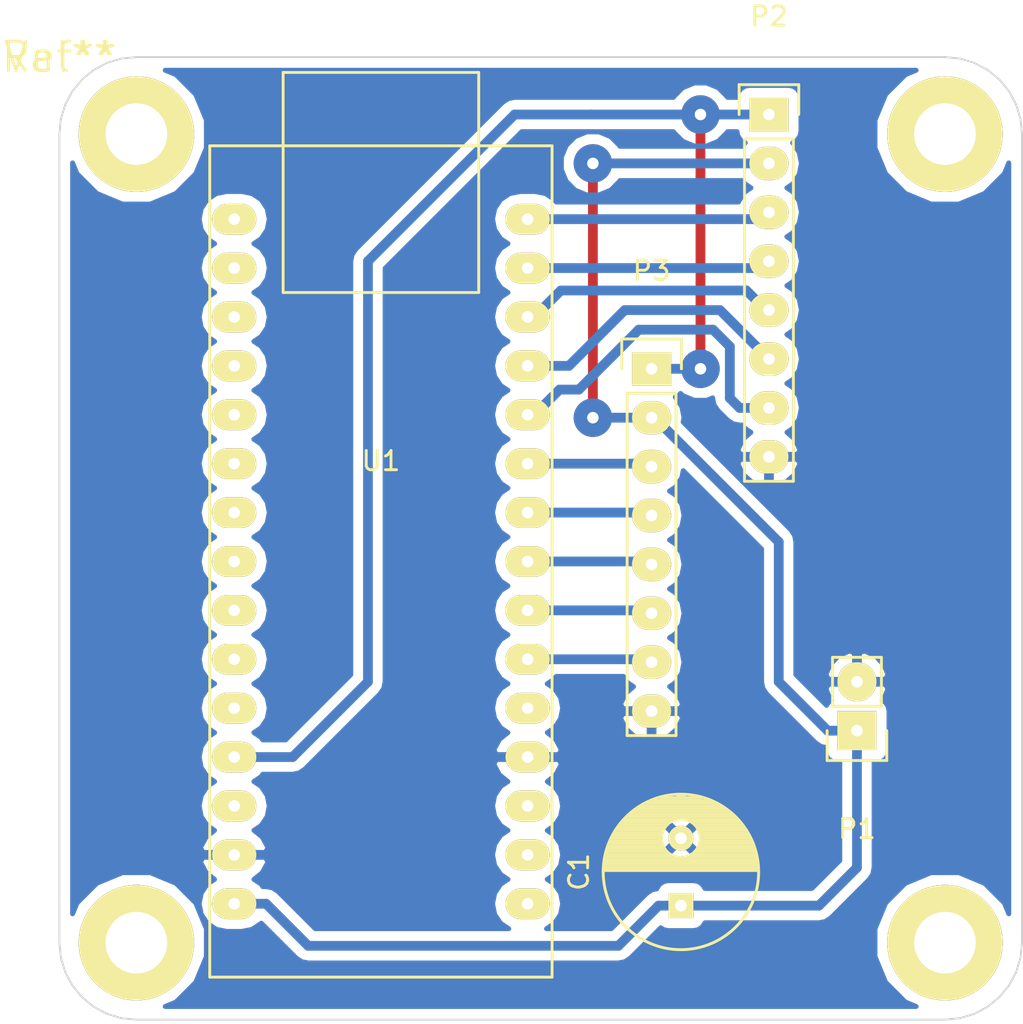
<source format=kicad_pcb>
(kicad_pcb (version 4) (host pcbnew "(2015-09-05 BZR 6156)-product")

  (general
    (links 21)
    (no_connects 0)
    (area 128.513286 75.563 182.050001 129.054001)
    (thickness 1.6)
    (drawings 0)
    (tracks 63)
    (zones 0)
    (modules 6)
    (nets 30)
  )

  (page A4)
  (layers
    (0 F.Cu signal)
    (31 B.Cu signal)
    (32 B.Adhes user)
    (33 F.Adhes user)
    (34 B.Paste user)
    (35 F.Paste user)
    (36 B.SilkS user)
    (37 F.SilkS user)
    (38 B.Mask user)
    (39 F.Mask user)
    (40 Dwgs.User user)
    (41 Cmts.User user)
    (42 Eco1.User user)
    (43 Eco2.User user)
    (44 Edge.Cuts user)
    (45 Margin user)
    (46 B.CrtYd user)
    (47 F.CrtYd user)
    (48 B.Fab user)
    (49 F.Fab user)
  )

  (setup
    (last_trace_width 0.508)
    (trace_clearance 0.2)
    (zone_clearance 0.508)
    (zone_45_only no)
    (trace_min 0.2)
    (segment_width 0.2)
    (edge_width 0.15)
    (via_size 2)
    (via_drill 0.6)
    (via_min_size 0.4)
    (via_min_drill 0.3)
    (uvia_size 0.3)
    (uvia_drill 0.1)
    (uvias_allowed no)
    (uvia_min_size 0.2)
    (uvia_min_drill 0.1)
    (pcb_text_width 0.3)
    (pcb_text_size 1.5 1.5)
    (mod_edge_width 0.15)
    (mod_text_size 1 1)
    (mod_text_width 0.15)
    (pad_size 1.524 1.524)
    (pad_drill 0.762)
    (pad_to_mask_clearance 0.2)
    (aux_axis_origin 0 0)
    (visible_elements FFFFFF7F)
    (pcbplotparams
      (layerselection 0x00030_80000001)
      (usegerberextensions false)
      (excludeedgelayer true)
      (linewidth 0.100000)
      (plotframeref false)
      (viasonmask false)
      (mode 1)
      (useauxorigin false)
      (hpglpennumber 1)
      (hpglpenspeed 20)
      (hpglpendiameter 15)
      (hpglpenoverlay 2)
      (psnegative false)
      (psa4output false)
      (plotreference true)
      (plotvalue true)
      (plotinvisibletext false)
      (padsonsilk false)
      (subtractmaskfromsilk false)
      (outputformat 1)
      (mirror false)
      (drillshape 1)
      (scaleselection 1)
      (outputdirectory SVG))
  )

  (net 0 "")
  (net 1 GND)
  (net 2 +9V)
  (net 3 +5V)
  (net 4 "Net-(P2-Pad3)")
  (net 5 "Net-(P2-Pad4)")
  (net 6 "Net-(P2-Pad5)")
  (net 7 "Net-(P2-Pad6)")
  (net 8 "Net-(P2-Pad7)")
  (net 9 "Net-(P3-Pad3)")
  (net 10 "Net-(P3-Pad4)")
  (net 11 "Net-(P3-Pad5)")
  (net 12 "Net-(P3-Pad6)")
  (net 13 "Net-(P3-Pad7)")
  (net 14 "Net-(U1-Pad1)")
  (net 15 "Net-(U1-Pad2)")
  (net 16 "Net-(U1-Pad3)")
  (net 17 "Net-(U1-Pad4)")
  (net 18 "Net-(U1-Pad5)")
  (net 19 "Net-(U1-Pad6)")
  (net 20 "Net-(U1-Pad7)")
  (net 21 "Net-(U1-Pad8)")
  (net 22 "Net-(U1-Pad9)")
  (net 23 "Net-(U1-Pad10)")
  (net 24 "Net-(U1-Pad11)")
  (net 25 "Net-(U1-Pad13)")
  (net 26 "Net-(U1-Pad16)")
  (net 27 "Net-(U1-Pad17)")
  (net 28 "Net-(U1-Pad18)")
  (net 29 "Net-(U1-Pad20)")

  (net_class Default "This is the default net class."
    (clearance 0.2)
    (trace_width 0.508)
    (via_dia 2)
    (via_drill 0.6)
    (uvia_dia 0.3)
    (uvia_drill 0.1)
    (add_net +5V)
    (add_net +9V)
    (add_net GND)
    (add_net "Net-(P2-Pad3)")
    (add_net "Net-(P2-Pad4)")
    (add_net "Net-(P2-Pad5)")
    (add_net "Net-(P2-Pad6)")
    (add_net "Net-(P2-Pad7)")
    (add_net "Net-(P3-Pad3)")
    (add_net "Net-(P3-Pad4)")
    (add_net "Net-(P3-Pad5)")
    (add_net "Net-(P3-Pad6)")
    (add_net "Net-(P3-Pad7)")
    (add_net "Net-(U1-Pad1)")
    (add_net "Net-(U1-Pad10)")
    (add_net "Net-(U1-Pad11)")
    (add_net "Net-(U1-Pad13)")
    (add_net "Net-(U1-Pad16)")
    (add_net "Net-(U1-Pad17)")
    (add_net "Net-(U1-Pad18)")
    (add_net "Net-(U1-Pad2)")
    (add_net "Net-(U1-Pad20)")
    (add_net "Net-(U1-Pad3)")
    (add_net "Net-(U1-Pad4)")
    (add_net "Net-(U1-Pad5)")
    (add_net "Net-(U1-Pad6)")
    (add_net "Net-(U1-Pad7)")
    (add_net "Net-(U1-Pad8)")
    (add_net "Net-(U1-Pad9)")
  )

  (module Capacitors_ThroughHole:C_Radial_D8_L11.5_P3.5 (layer F.Cu) (tedit 0) (tstamp 57810D15)
    (at 164.084 122.88 90)
    (descr "Radial Electrolytic Capacitor Diameter 8mm x Length 11.5mm, Pitch 3.5mm")
    (tags "Electrolytic Capacitor")
    (path /578114CC)
    (fp_text reference C1 (at 1.75 -5.3 90) (layer F.SilkS)
      (effects (font (size 1 1) (thickness 0.15)))
    )
    (fp_text value C (at 1.75 5.3 90) (layer F.Fab)
      (effects (font (size 1 1) (thickness 0.15)))
    )
    (fp_line (start 1.825 -3.999) (end 1.825 3.999) (layer F.SilkS) (width 0.15))
    (fp_line (start 1.965 -3.994) (end 1.965 3.994) (layer F.SilkS) (width 0.15))
    (fp_line (start 2.105 -3.984) (end 2.105 3.984) (layer F.SilkS) (width 0.15))
    (fp_line (start 2.245 -3.969) (end 2.245 3.969) (layer F.SilkS) (width 0.15))
    (fp_line (start 2.385 -3.949) (end 2.385 3.949) (layer F.SilkS) (width 0.15))
    (fp_line (start 2.525 -3.924) (end 2.525 -0.222) (layer F.SilkS) (width 0.15))
    (fp_line (start 2.525 0.222) (end 2.525 3.924) (layer F.SilkS) (width 0.15))
    (fp_line (start 2.665 -3.894) (end 2.665 -0.55) (layer F.SilkS) (width 0.15))
    (fp_line (start 2.665 0.55) (end 2.665 3.894) (layer F.SilkS) (width 0.15))
    (fp_line (start 2.805 -3.858) (end 2.805 -0.719) (layer F.SilkS) (width 0.15))
    (fp_line (start 2.805 0.719) (end 2.805 3.858) (layer F.SilkS) (width 0.15))
    (fp_line (start 2.945 -3.817) (end 2.945 -0.832) (layer F.SilkS) (width 0.15))
    (fp_line (start 2.945 0.832) (end 2.945 3.817) (layer F.SilkS) (width 0.15))
    (fp_line (start 3.085 -3.771) (end 3.085 -0.91) (layer F.SilkS) (width 0.15))
    (fp_line (start 3.085 0.91) (end 3.085 3.771) (layer F.SilkS) (width 0.15))
    (fp_line (start 3.225 -3.718) (end 3.225 -0.961) (layer F.SilkS) (width 0.15))
    (fp_line (start 3.225 0.961) (end 3.225 3.718) (layer F.SilkS) (width 0.15))
    (fp_line (start 3.365 -3.659) (end 3.365 -0.991) (layer F.SilkS) (width 0.15))
    (fp_line (start 3.365 0.991) (end 3.365 3.659) (layer F.SilkS) (width 0.15))
    (fp_line (start 3.505 -3.594) (end 3.505 -1) (layer F.SilkS) (width 0.15))
    (fp_line (start 3.505 1) (end 3.505 3.594) (layer F.SilkS) (width 0.15))
    (fp_line (start 3.645 -3.523) (end 3.645 -0.989) (layer F.SilkS) (width 0.15))
    (fp_line (start 3.645 0.989) (end 3.645 3.523) (layer F.SilkS) (width 0.15))
    (fp_line (start 3.785 -3.444) (end 3.785 -0.959) (layer F.SilkS) (width 0.15))
    (fp_line (start 3.785 0.959) (end 3.785 3.444) (layer F.SilkS) (width 0.15))
    (fp_line (start 3.925 -3.357) (end 3.925 -0.905) (layer F.SilkS) (width 0.15))
    (fp_line (start 3.925 0.905) (end 3.925 3.357) (layer F.SilkS) (width 0.15))
    (fp_line (start 4.065 -3.262) (end 4.065 -0.825) (layer F.SilkS) (width 0.15))
    (fp_line (start 4.065 0.825) (end 4.065 3.262) (layer F.SilkS) (width 0.15))
    (fp_line (start 4.205 -3.158) (end 4.205 -0.709) (layer F.SilkS) (width 0.15))
    (fp_line (start 4.205 0.709) (end 4.205 3.158) (layer F.SilkS) (width 0.15))
    (fp_line (start 4.345 -3.044) (end 4.345 -0.535) (layer F.SilkS) (width 0.15))
    (fp_line (start 4.345 0.535) (end 4.345 3.044) (layer F.SilkS) (width 0.15))
    (fp_line (start 4.485 -2.919) (end 4.485 -0.173) (layer F.SilkS) (width 0.15))
    (fp_line (start 4.485 0.173) (end 4.485 2.919) (layer F.SilkS) (width 0.15))
    (fp_line (start 4.625 -2.781) (end 4.625 2.781) (layer F.SilkS) (width 0.15))
    (fp_line (start 4.765 -2.629) (end 4.765 2.629) (layer F.SilkS) (width 0.15))
    (fp_line (start 4.905 -2.459) (end 4.905 2.459) (layer F.SilkS) (width 0.15))
    (fp_line (start 5.045 -2.268) (end 5.045 2.268) (layer F.SilkS) (width 0.15))
    (fp_line (start 5.185 -2.05) (end 5.185 2.05) (layer F.SilkS) (width 0.15))
    (fp_line (start 5.325 -1.794) (end 5.325 1.794) (layer F.SilkS) (width 0.15))
    (fp_line (start 5.465 -1.483) (end 5.465 1.483) (layer F.SilkS) (width 0.15))
    (fp_line (start 5.605 -1.067) (end 5.605 1.067) (layer F.SilkS) (width 0.15))
    (fp_line (start 5.745 -0.2) (end 5.745 0.2) (layer F.SilkS) (width 0.15))
    (fp_circle (center 3.5 0) (end 3.5 -1) (layer F.SilkS) (width 0.15))
    (fp_circle (center 1.75 0) (end 1.75 -4.0375) (layer F.SilkS) (width 0.15))
    (fp_circle (center 1.75 0) (end 1.75 -4.3) (layer F.CrtYd) (width 0.05))
    (pad 2 thru_hole circle (at 3.5 0 90) (size 1.3 1.3) (drill 0.6) (layers *.Cu *.Mask F.SilkS)
      (net 1 GND))
    (pad 1 thru_hole rect (at 0 0 90) (size 1.3 1.3) (drill 0.6) (layers *.Cu *.Mask F.SilkS)
      (net 2 +9V))
    (model Capacitors_ThroughHole.3dshapes/C_Radial_D8_L11.5_P3.5.wrl
      (at (xyz 0 0 0))
      (scale (xyz 1 1 1))
      (rotate (xyz 0 0 0))
    )
  )

  (module Pin_Headers:Pin_Header_Straight_1x08 (layer F.Cu) (tedit 0) (tstamp 57810D27)
    (at 168.656 81.788)
    (descr "Through hole pin header")
    (tags "pin header")
    (path /57810D37)
    (fp_text reference P2 (at 0 -5.1) (layer F.SilkS)
      (effects (font (size 1 1) (thickness 0.15)))
    )
    (fp_text value CONN_01X08 (at 0 -3.1) (layer F.Fab)
      (effects (font (size 1 1) (thickness 0.15)))
    )
    (fp_line (start -1.75 -1.75) (end -1.75 19.55) (layer F.CrtYd) (width 0.05))
    (fp_line (start 1.75 -1.75) (end 1.75 19.55) (layer F.CrtYd) (width 0.05))
    (fp_line (start -1.75 -1.75) (end 1.75 -1.75) (layer F.CrtYd) (width 0.05))
    (fp_line (start -1.75 19.55) (end 1.75 19.55) (layer F.CrtYd) (width 0.05))
    (fp_line (start 1.27 1.27) (end 1.27 19.05) (layer F.SilkS) (width 0.15))
    (fp_line (start 1.27 19.05) (end -1.27 19.05) (layer F.SilkS) (width 0.15))
    (fp_line (start -1.27 19.05) (end -1.27 1.27) (layer F.SilkS) (width 0.15))
    (fp_line (start 1.55 -1.55) (end 1.55 0) (layer F.SilkS) (width 0.15))
    (fp_line (start 1.27 1.27) (end -1.27 1.27) (layer F.SilkS) (width 0.15))
    (fp_line (start -1.55 0) (end -1.55 -1.55) (layer F.SilkS) (width 0.15))
    (fp_line (start -1.55 -1.55) (end 1.55 -1.55) (layer F.SilkS) (width 0.15))
    (pad 1 thru_hole rect (at 0 0) (size 2.032 1.7272) (drill 0.6) (layers *.Cu *.Mask F.SilkS)
      (net 3 +5V))
    (pad 2 thru_hole oval (at 0 2.54) (size 2.032 1.7272) (drill 0.6) (layers *.Cu *.Mask F.SilkS)
      (net 2 +9V))
    (pad 3 thru_hole oval (at 0 5.08) (size 2.032 1.7272) (drill 0.6) (layers *.Cu *.Mask F.SilkS)
      (net 4 "Net-(P2-Pad3)"))
    (pad 4 thru_hole oval (at 0 7.62) (size 2.032 1.7272) (drill 0.6) (layers *.Cu *.Mask F.SilkS)
      (net 5 "Net-(P2-Pad4)"))
    (pad 5 thru_hole oval (at 0 10.16) (size 2.032 1.7272) (drill 0.6) (layers *.Cu *.Mask F.SilkS)
      (net 6 "Net-(P2-Pad5)"))
    (pad 6 thru_hole oval (at 0 12.7) (size 2.032 1.7272) (drill 0.6) (layers *.Cu *.Mask F.SilkS)
      (net 7 "Net-(P2-Pad6)"))
    (pad 7 thru_hole oval (at 0 15.24) (size 2.032 1.7272) (drill 0.6) (layers *.Cu *.Mask F.SilkS)
      (net 8 "Net-(P2-Pad7)"))
    (pad 8 thru_hole oval (at 0 17.78) (size 2.032 1.7272) (drill 0.6) (layers *.Cu *.Mask F.SilkS)
      (net 1 GND))
    (model Pin_Headers.3dshapes/Pin_Header_Straight_1x08.wrl
      (at (xyz 0 -0.35 0))
      (scale (xyz 1 1 1))
      (rotate (xyz 0 0 90))
    )
  )

  (module Pin_Headers:Pin_Header_Straight_1x08 (layer F.Cu) (tedit 0) (tstamp 57810D33)
    (at 162.56 94.996)
    (descr "Through hole pin header")
    (tags "pin header")
    (path /57810E23)
    (fp_text reference P3 (at 0 -5.1) (layer F.SilkS)
      (effects (font (size 1 1) (thickness 0.15)))
    )
    (fp_text value CONN_01X08 (at 0 -3.1) (layer F.Fab)
      (effects (font (size 1 1) (thickness 0.15)))
    )
    (fp_line (start -1.75 -1.75) (end -1.75 19.55) (layer F.CrtYd) (width 0.05))
    (fp_line (start 1.75 -1.75) (end 1.75 19.55) (layer F.CrtYd) (width 0.05))
    (fp_line (start -1.75 -1.75) (end 1.75 -1.75) (layer F.CrtYd) (width 0.05))
    (fp_line (start -1.75 19.55) (end 1.75 19.55) (layer F.CrtYd) (width 0.05))
    (fp_line (start 1.27 1.27) (end 1.27 19.05) (layer F.SilkS) (width 0.15))
    (fp_line (start 1.27 19.05) (end -1.27 19.05) (layer F.SilkS) (width 0.15))
    (fp_line (start -1.27 19.05) (end -1.27 1.27) (layer F.SilkS) (width 0.15))
    (fp_line (start 1.55 -1.55) (end 1.55 0) (layer F.SilkS) (width 0.15))
    (fp_line (start 1.27 1.27) (end -1.27 1.27) (layer F.SilkS) (width 0.15))
    (fp_line (start -1.55 0) (end -1.55 -1.55) (layer F.SilkS) (width 0.15))
    (fp_line (start -1.55 -1.55) (end 1.55 -1.55) (layer F.SilkS) (width 0.15))
    (pad 1 thru_hole rect (at 0 0) (size 2.032 1.7272) (drill 0.6) (layers *.Cu *.Mask F.SilkS)
      (net 3 +5V))
    (pad 2 thru_hole oval (at 0 2.54) (size 2.032 1.7272) (drill 0.6) (layers *.Cu *.Mask F.SilkS)
      (net 2 +9V))
    (pad 3 thru_hole oval (at 0 5.08) (size 2.032 1.7272) (drill 0.6) (layers *.Cu *.Mask F.SilkS)
      (net 9 "Net-(P3-Pad3)"))
    (pad 4 thru_hole oval (at 0 7.62) (size 2.032 1.7272) (drill 0.6) (layers *.Cu *.Mask F.SilkS)
      (net 10 "Net-(P3-Pad4)"))
    (pad 5 thru_hole oval (at 0 10.16) (size 2.032 1.7272) (drill 0.6) (layers *.Cu *.Mask F.SilkS)
      (net 11 "Net-(P3-Pad5)"))
    (pad 6 thru_hole oval (at 0 12.7) (size 2.032 1.7272) (drill 0.6) (layers *.Cu *.Mask F.SilkS)
      (net 12 "Net-(P3-Pad6)"))
    (pad 7 thru_hole oval (at 0 15.24) (size 2.032 1.7272) (drill 0.6) (layers *.Cu *.Mask F.SilkS)
      (net 13 "Net-(P3-Pad7)"))
    (pad 8 thru_hole oval (at 0 17.78) (size 2.032 1.7272) (drill 0.6) (layers *.Cu *.Mask F.SilkS)
      (net 1 GND))
    (model Pin_Headers.3dshapes/Pin_Header_Straight_1x08.wrl
      (at (xyz 0 -0.35 0))
      (scale (xyz 1 1 1))
      (rotate (xyz 0 0 90))
    )
  )

  (module arduino:nano-longpads (layer F.Cu) (tedit 57640D4D) (tstamp 57810D5D)
    (at 148.5011 105.0036)
    (descr "32-lead dip package, row spacing 15.24 mm (600 mils)")
    (tags "dil dip 2.54 600")
    (path /578107D7)
    (fp_text reference U1 (at 0 -5.22) (layer F.SilkS)
      (effects (font (size 1 1) (thickness 0.15)))
    )
    (fp_text value arduino_nano (at 0 -3.72) (layer F.Fab)
      (effects (font (size 1 1) (thickness 0.15)))
    )
    (fp_line (start 5.08 -13.97) (end -5.08 -13.97) (layer F.SilkS) (width 0.15))
    (fp_line (start 5.08 -25.4) (end 5.08 -13.97) (layer F.SilkS) (width 0.15))
    (fp_line (start -5.08 -25.4) (end 5.08 -25.4) (layer F.SilkS) (width 0.15))
    (fp_line (start -5.08 -13.97) (end -5.08 -25.4) (layer F.SilkS) (width 0.15))
    (fp_line (start 8.89 21.59) (end 8.89 -21.59) (layer F.SilkS) (width 0.15))
    (fp_line (start -8.89 21.59) (end 8.89 21.59) (layer F.SilkS) (width 0.15))
    (fp_line (start -8.89 -21.59) (end -8.89 21.59) (layer F.SilkS) (width 0.15))
    (fp_line (start 8.89 -21.59) (end -8.89 -21.59) (layer F.SilkS) (width 0.15))
    (pad 1 thru_hole oval (at -7.62 -17.78) (size 2.3 1.6) (drill 0.6) (layers *.Cu *.Mask F.SilkS)
      (net 14 "Net-(U1-Pad1)"))
    (pad 2 thru_hole oval (at -7.62 -15.24) (size 2.3 1.6) (drill 0.6) (layers *.Cu *.Mask F.SilkS)
      (net 15 "Net-(U1-Pad2)"))
    (pad 3 thru_hole oval (at -7.62 -12.7) (size 2.3 1.6) (drill 0.6) (layers *.Cu *.Mask F.SilkS)
      (net 16 "Net-(U1-Pad3)"))
    (pad 4 thru_hole oval (at -7.62 -10.16) (size 2.3 1.6) (drill 0.6) (layers *.Cu *.Mask F.SilkS)
      (net 17 "Net-(U1-Pad4)"))
    (pad 5 thru_hole oval (at -7.62 -7.62) (size 2.3 1.6) (drill 0.6) (layers *.Cu *.Mask F.SilkS)
      (net 18 "Net-(U1-Pad5)"))
    (pad 6 thru_hole oval (at -7.62 -5.08) (size 2.3 1.6) (drill 0.6) (layers *.Cu *.Mask F.SilkS)
      (net 19 "Net-(U1-Pad6)"))
    (pad 7 thru_hole oval (at -7.62 -2.54) (size 2.3 1.6) (drill 0.6) (layers *.Cu *.Mask F.SilkS)
      (net 20 "Net-(U1-Pad7)"))
    (pad 8 thru_hole oval (at -7.62 0) (size 2.3 1.6) (drill 0.6) (layers *.Cu *.Mask F.SilkS)
      (net 21 "Net-(U1-Pad8)"))
    (pad 9 thru_hole oval (at -7.62 2.54) (size 2.3 1.6) (drill 0.6) (layers *.Cu *.Mask F.SilkS)
      (net 22 "Net-(U1-Pad9)"))
    (pad 10 thru_hole oval (at -7.62 5.08) (size 2.3 1.6) (drill 0.6) (layers *.Cu *.Mask F.SilkS)
      (net 23 "Net-(U1-Pad10)"))
    (pad 11 thru_hole oval (at -7.62 7.62) (size 2.3 1.6) (drill 0.6) (layers *.Cu *.Mask F.SilkS)
      (net 24 "Net-(U1-Pad11)"))
    (pad 12 thru_hole oval (at -7.62 10.16) (size 2.3 1.6) (drill 0.6) (layers *.Cu *.Mask F.SilkS)
      (net 3 +5V))
    (pad 13 thru_hole oval (at -7.62 12.7) (size 2.3 1.6) (drill 0.6) (layers *.Cu *.Mask F.SilkS)
      (net 25 "Net-(U1-Pad13)"))
    (pad 14 thru_hole oval (at -7.62 15.24) (size 2.3 1.6) (drill 0.6) (layers *.Cu *.Mask F.SilkS)
      (net 1 GND))
    (pad 15 thru_hole oval (at -7.62 17.78) (size 2.3 1.6) (drill 0.6) (layers *.Cu *.Mask F.SilkS)
      (net 2 +9V))
    (pad 16 thru_hole oval (at 7.62 17.78) (size 2.3 1.6) (drill 0.6) (layers *.Cu *.Mask F.SilkS)
      (net 26 "Net-(U1-Pad16)"))
    (pad 17 thru_hole oval (at 7.62 15.24) (size 2.3 1.6) (drill 0.6) (layers *.Cu *.Mask F.SilkS)
      (net 27 "Net-(U1-Pad17)"))
    (pad 18 thru_hole oval (at 7.62 12.7) (size 2.3 1.6) (drill 0.6) (layers *.Cu *.Mask F.SilkS)
      (net 28 "Net-(U1-Pad18)"))
    (pad 19 thru_hole oval (at 7.62 10.16) (size 2.3 1.6) (drill 0.6) (layers *.Cu *.Mask F.SilkS)
      (net 1 GND))
    (pad 20 thru_hole oval (at 7.62 7.62) (size 2.3 1.6) (drill 0.6) (layers *.Cu *.Mask F.SilkS)
      (net 29 "Net-(U1-Pad20)"))
    (pad 21 thru_hole oval (at 7.62 5.08) (size 2.3 1.6) (drill 0.6) (layers *.Cu *.Mask F.SilkS)
      (net 13 "Net-(P3-Pad7)"))
    (pad 22 thru_hole oval (at 7.62 2.54) (size 2.3 1.6) (drill 0.6) (layers *.Cu *.Mask F.SilkS)
      (net 12 "Net-(P3-Pad6)"))
    (pad 23 thru_hole oval (at 7.62 0) (size 2.3 1.6) (drill 0.6) (layers *.Cu *.Mask F.SilkS)
      (net 11 "Net-(P3-Pad5)"))
    (pad 24 thru_hole oval (at 7.62 -2.54) (size 2.3 1.6) (drill 0.6) (layers *.Cu *.Mask F.SilkS)
      (net 10 "Net-(P3-Pad4)"))
    (pad 25 thru_hole oval (at 7.62 -5.08) (size 2.3 1.6) (drill 0.6) (layers *.Cu *.Mask F.SilkS)
      (net 9 "Net-(P3-Pad3)"))
    (pad 26 thru_hole oval (at 7.62 -7.62) (size 2.3 1.6) (drill 0.6) (layers *.Cu *.Mask F.SilkS)
      (net 8 "Net-(P2-Pad7)"))
    (pad 27 thru_hole oval (at 7.62 -10.16) (size 2.3 1.6) (drill 0.6) (layers *.Cu *.Mask F.SilkS)
      (net 7 "Net-(P2-Pad6)"))
    (pad 28 thru_hole oval (at 7.62 -12.7) (size 2.3 1.6) (drill 0.6) (layers *.Cu *.Mask F.SilkS)
      (net 6 "Net-(P2-Pad5)"))
    (pad 29 thru_hole oval (at 7.62 -15.24) (size 2.3 1.6) (drill 0.6) (layers *.Cu *.Mask F.SilkS)
      (net 5 "Net-(P2-Pad4)"))
    (pad 30 thru_hole oval (at 7.62 -17.78) (size 2.3 1.6) (drill 0.6) (layers *.Cu *.Mask F.SilkS)
      (net 4 "Net-(P2-Pad3)"))
    (model Housings_DIP.3dshapes/DIP-32_W15.24mm.wrl
      (at (xyz 0 0 0))
      (scale (xyz 1 1 1))
      (rotate (xyz 0 0 0))
    )
  )

  (module Pin_Headers:Pin_Header_Straight_1x02 (layer F.Cu) (tedit 54EA090C) (tstamp 57810E11)
    (at 173.228 113.792 180)
    (descr "Through hole pin header")
    (tags "pin header")
    (path /57810982)
    (fp_text reference P1 (at 0 -5.1 180) (layer F.SilkS)
      (effects (font (size 1 1) (thickness 0.15)))
    )
    (fp_text value CONN_01X02 (at 0 -3.1 180) (layer F.Fab)
      (effects (font (size 1 1) (thickness 0.15)))
    )
    (fp_line (start 1.27 1.27) (end 1.27 3.81) (layer F.SilkS) (width 0.15))
    (fp_line (start 1.55 -1.55) (end 1.55 0) (layer F.SilkS) (width 0.15))
    (fp_line (start -1.75 -1.75) (end -1.75 4.3) (layer F.CrtYd) (width 0.05))
    (fp_line (start 1.75 -1.75) (end 1.75 4.3) (layer F.CrtYd) (width 0.05))
    (fp_line (start -1.75 -1.75) (end 1.75 -1.75) (layer F.CrtYd) (width 0.05))
    (fp_line (start -1.75 4.3) (end 1.75 4.3) (layer F.CrtYd) (width 0.05))
    (fp_line (start 1.27 1.27) (end -1.27 1.27) (layer F.SilkS) (width 0.15))
    (fp_line (start -1.55 0) (end -1.55 -1.55) (layer F.SilkS) (width 0.15))
    (fp_line (start -1.55 -1.55) (end 1.55 -1.55) (layer F.SilkS) (width 0.15))
    (fp_line (start -1.27 1.27) (end -1.27 3.81) (layer F.SilkS) (width 0.15))
    (fp_line (start -1.27 3.81) (end 1.27 3.81) (layer F.SilkS) (width 0.15))
    (pad 1 thru_hole rect (at 0 0 180) (size 2.032 2.032) (drill 0.6) (layers *.Cu *.Mask F.SilkS)
      (net 2 +9V))
    (pad 2 thru_hole oval (at 0 2.54 180) (size 2.032 2.032) (drill 0.6) (layers *.Cu *.Mask F.SilkS)
      (net 1 GND))
    (model Pin_Headers.3dshapes/Pin_Header_Straight_1x02.wrl
      (at (xyz 0 -0.05 0))
      (scale (xyz 1 1 1))
      (rotate (xyz 0 0 90))
    )
  )

  (module sick-of-beige:DP5050 (layer F.Cu) (tedit 57494184) (tstamp 57810FC9)
    (at 131.8 78.804)
    (fp_text reference Ref** (at 0 0) (layer F.SilkS)
      (effects (font (thickness 0.15)))
    )
    (fp_text value Val** (at 0 0) (layer F.SilkS)
      (effects (font (thickness 0.15)))
    )
    (fp_line (start 46.7803 0.076859) (end 47.5307 0.304474) (layer Edge.Cuts) (width 0.1))
    (fp_line (start 47.5307 0.304474) (end 48.2223 0.674118) (layer Edge.Cuts) (width 0.1))
    (fp_line (start 48.2223 0.674118) (end 48.8284 1.17157) (layer Edge.Cuts) (width 0.1))
    (fp_line (start 48.8284 1.17157) (end 49.3259 1.77771) (layer Edge.Cuts) (width 0.1))
    (fp_line (start 49.3259 1.77771) (end 49.6955 2.46925) (layer Edge.Cuts) (width 0.1))
    (fp_line (start 49.6955 2.46925) (end 49.9231 3.21964) (layer Edge.Cuts) (width 0.1))
    (fp_line (start 49.9231 3.21964) (end 50 4) (layer Edge.Cuts) (width 0.1))
    (fp_line (start 50 4) (end 50 46) (layer Edge.Cuts) (width 0.1))
    (fp_line (start 50 46) (end 49.9231 46.7803) (layer Edge.Cuts) (width 0.1))
    (fp_line (start 49.9231 46.7803) (end 49.6955 47.5307) (layer Edge.Cuts) (width 0.1))
    (fp_line (start 49.6955 47.5307) (end 49.3259 48.2223) (layer Edge.Cuts) (width 0.1))
    (fp_line (start 49.3259 48.2223) (end 48.8284 48.8284) (layer Edge.Cuts) (width 0.1))
    (fp_line (start 48.8284 48.8284) (end 48.2223 49.3259) (layer Edge.Cuts) (width 0.1))
    (fp_line (start 48.2223 49.3259) (end 47.5307 49.6955) (layer Edge.Cuts) (width 0.1))
    (fp_line (start 47.5307 49.6955) (end 46.7803 49.9231) (layer Edge.Cuts) (width 0.1))
    (fp_line (start 46.7803 49.9231) (end 46 50) (layer Edge.Cuts) (width 0.1))
    (fp_line (start 46 50) (end 4 50) (layer Edge.Cuts) (width 0.1))
    (fp_line (start 4 50) (end 3.21964 49.9231) (layer Edge.Cuts) (width 0.1))
    (fp_line (start 3.21964 49.9231) (end 2.46925 49.6955) (layer Edge.Cuts) (width 0.1))
    (fp_line (start 2.46925 49.6955) (end 1.77771 49.3259) (layer Edge.Cuts) (width 0.1))
    (fp_line (start 1.77771 49.3259) (end 1.17157 48.8284) (layer Edge.Cuts) (width 0.1))
    (fp_line (start 1.17157 48.8284) (end 0.674118 48.2223) (layer Edge.Cuts) (width 0.1))
    (fp_line (start 0.674118 48.2223) (end 0.304474 47.5307) (layer Edge.Cuts) (width 0.1))
    (fp_line (start 0.304474 47.5307) (end 0.076859 46.7803) (layer Edge.Cuts) (width 0.1))
    (fp_line (start 0.076859 46.7803) (end 0 46) (layer Edge.Cuts) (width 0.1))
    (fp_line (start 0 46) (end 0 4) (layer Edge.Cuts) (width 0.1))
    (fp_line (start 0 4) (end 0.076859 3.21964) (layer Edge.Cuts) (width 0.1))
    (fp_line (start 0.076859 3.21964) (end 0.304474 2.46925) (layer Edge.Cuts) (width 0.1))
    (fp_line (start 0.304474 2.46925) (end 0.674118 1.77771) (layer Edge.Cuts) (width 0.1))
    (fp_line (start 0.674118 1.77771) (end 1.17157 1.17157) (layer Edge.Cuts) (width 0.1))
    (fp_line (start 1.17157 1.17157) (end 1.77771 0.674118) (layer Edge.Cuts) (width 0.1))
    (fp_line (start 1.77771 0.674118) (end 2.46925 0.304474) (layer Edge.Cuts) (width 0.1))
    (fp_line (start 2.46925 0.304474) (end 3.21964 0.076859) (layer Edge.Cuts) (width 0.1))
    (fp_line (start 3.21964 0.076859) (end 3.99998 0) (layer Edge.Cuts) (width 0.1))
    (fp_line (start 3.99998 0) (end 46 0) (layer Edge.Cuts) (width 0.1))
    (fp_line (start 46 0) (end 46.7803 0.076859) (layer Edge.Cuts) (width 0.1))
    (pad "" np_thru_hole circle (at 46 4) (size 6 6) (drill 3.2) (layers *.Cu *.Mask F.SilkS))
    (pad "" np_thru_hole circle (at 4 4) (size 6 6) (drill 3.2) (layers *.Cu *.Mask F.SilkS))
    (pad "" np_thru_hole circle (at 46 46) (size 6 6) (drill 3.2) (layers *.Cu *.Mask F.SilkS))
    (pad "" np_thru_hole circle (at 4 46) (size 6 6) (drill 3.2) (layers *.Cu *.Mask F.SilkS))
  )

  (segment (start 171.252 122.88) (end 173.228 120.904) (width 0.508) (layer B.Cu) (net 2))
  (segment (start 173.228 120.904) (end 173.228 113.792) (width 0.508) (layer B.Cu) (net 2))
  (segment (start 164.084 122.88) (end 171.252 122.88) (width 0.508) (layer B.Cu) (net 2))
  (segment (start 160.838 124.968) (end 144.7235 124.968) (width 0.508) (layer B.Cu) (net 2))
  (segment (start 144.7235 124.968) (end 142.5391 122.7836) (width 0.508) (layer B.Cu) (net 2))
  (segment (start 142.5391 122.7836) (end 140.8811 122.7836) (width 0.508) (layer B.Cu) (net 2))
  (segment (start 164.084 122.88) (end 162.926 122.88) (width 0.508) (layer B.Cu) (net 2))
  (segment (start 162.926 122.88) (end 160.838 124.968) (width 0.508) (layer B.Cu) (net 2))
  (segment (start 169.164 103.9876) (end 169.164 111.252) (width 0.508) (layer B.Cu) (net 2))
  (segment (start 169.164 111.252) (end 171.704 113.792) (width 0.508) (layer B.Cu) (net 2))
  (segment (start 171.704 113.792) (end 173.228 113.792) (width 0.508) (layer B.Cu) (net 2))
  (segment (start 162.56 97.536) (end 162.7124 97.536) (width 0.508) (layer B.Cu) (net 2))
  (segment (start 162.7124 97.536) (end 169.164 103.9876) (width 0.508) (layer B.Cu) (net 2))
  (segment (start 168.656 84.328) (end 159.512 84.328) (width 0.508) (layer B.Cu) (net 2))
  (via (at 159.512 84.328) (size 2) (drill 0.6) (layers F.Cu B.Cu) (net 2))
  (segment (start 159.512 97.536) (end 159.512 84.328) (width 0.508) (layer F.Cu) (net 2))
  (segment (start 162.56 97.536) (end 159.512 97.536) (width 0.508) (layer B.Cu) (net 2))
  (via (at 159.512 97.536) (size 2) (drill 0.6) (layers F.Cu B.Cu) (net 2))
  (segment (start 140.8811 115.1636) (end 143.9164 115.1636) (width 0.508) (layer B.Cu) (net 3))
  (segment (start 147.828 89.408) (end 155.448 81.788) (width 0.508) (layer B.Cu) (net 3))
  (segment (start 143.9164 115.1636) (end 147.828 111.252) (width 0.508) (layer B.Cu) (net 3))
  (segment (start 147.828 111.252) (end 147.828 89.408) (width 0.508) (layer B.Cu) (net 3))
  (segment (start 155.448 81.788) (end 159.433263 81.788) (width 0.508) (layer B.Cu) (net 3))
  (segment (start 159.433263 81.788) (end 165.1 81.788) (width 0.508) (layer B.Cu) (net 3))
  (segment (start 165.1 81.788) (end 168.656 81.788) (width 0.508) (layer B.Cu) (net 3))
  (via (at 165.1 81.788) (size 2) (drill 0.6) (layers F.Cu B.Cu) (net 3))
  (segment (start 165.1 94.996) (end 165.1 81.788) (width 0.508) (layer F.Cu) (net 3))
  (segment (start 162.56 94.996) (end 165.1 94.996) (width 0.508) (layer B.Cu) (net 3))
  (via (at 165.1 94.996) (size 2) (drill 0.6) (layers F.Cu B.Cu) (net 3))
  (segment (start 156.1211 87.2236) (end 168.3004 87.2236) (width 0.508) (layer B.Cu) (net 4))
  (segment (start 168.3004 87.2236) (end 168.656 86.868) (width 0.508) (layer B.Cu) (net 4))
  (segment (start 156.1211 89.7636) (end 168.3004 89.7636) (width 0.508) (layer B.Cu) (net 5))
  (segment (start 168.3004 89.7636) (end 168.656 89.408) (width 0.508) (layer B.Cu) (net 5))
  (segment (start 156.4711 92.3036) (end 157.845857 90.928843) (width 0.508) (layer B.Cu) (net 6))
  (segment (start 167.478261 90.922661) (end 168.5036 91.948) (width 0.508) (layer B.Cu) (net 6))
  (segment (start 157.845857 90.928843) (end 167.472079 90.928843) (width 0.508) (layer B.Cu) (net 6))
  (segment (start 167.472079 90.928843) (end 167.478261 90.922661) (width 0.508) (layer B.Cu) (net 6))
  (segment (start 168.5036 91.948) (end 168.656 91.948) (width 0.508) (layer B.Cu) (net 6))
  (segment (start 156.1211 92.3036) (end 156.4711 92.3036) (width 0.508) (layer B.Cu) (net 6))
  (segment (start 168.656 94.488) (end 166.116 91.948) (width 0.508) (layer B.Cu) (net 7))
  (segment (start 166.116 91.948) (end 161.16212 91.948) (width 0.508) (layer B.Cu) (net 7))
  (segment (start 161.16212 91.948) (end 158.26652 94.8436) (width 0.508) (layer B.Cu) (net 7))
  (segment (start 158.26652 94.8436) (end 156.1211 94.8436) (width 0.508) (layer B.Cu) (net 7))
  (segment (start 156.1211 97.3836) (end 156.4711 97.3836) (width 0.508) (layer B.Cu) (net 8))
  (segment (start 157.7791 96.0756) (end 158.783598 96.0756) (width 0.508) (layer B.Cu) (net 8))
  (segment (start 156.4711 97.3836) (end 157.7791 96.0756) (width 0.508) (layer B.Cu) (net 8))
  (segment (start 165.75223 92.964) (end 166.624 93.83577) (width 0.508) (layer B.Cu) (net 8))
  (segment (start 158.783598 96.0756) (end 161.895198 92.964) (width 0.508) (layer B.Cu) (net 8))
  (segment (start 161.895198 92.964) (end 165.75223 92.964) (width 0.508) (layer B.Cu) (net 8))
  (segment (start 166.624 93.83577) (end 166.624 96.52) (width 0.508) (layer B.Cu) (net 8))
  (segment (start 166.624 96.52) (end 167.132 97.028) (width 0.508) (layer B.Cu) (net 8))
  (segment (start 167.132 97.028) (end 168.656 97.028) (width 0.508) (layer B.Cu) (net 8))
  (segment (start 168.656 97.028) (end 168.5036 97.028) (width 0.508) (layer B.Cu) (net 8))
  (segment (start 156.1211 99.9236) (end 162.4076 99.9236) (width 0.508) (layer B.Cu) (net 9))
  (segment (start 162.4076 99.9236) (end 162.56 100.076) (width 0.508) (layer B.Cu) (net 9))
  (segment (start 156.1211 102.4636) (end 162.4076 102.4636) (width 0.508) (layer B.Cu) (net 10))
  (segment (start 162.4076 102.4636) (end 162.56 102.616) (width 0.508) (layer B.Cu) (net 10))
  (segment (start 156.1211 105.0036) (end 162.4076 105.0036) (width 0.508) (layer B.Cu) (net 11))
  (segment (start 162.4076 105.0036) (end 162.56 105.156) (width 0.508) (layer B.Cu) (net 11))
  (segment (start 156.1211 107.5436) (end 162.4076 107.5436) (width 0.508) (layer B.Cu) (net 12))
  (segment (start 162.4076 107.5436) (end 162.56 107.696) (width 0.508) (layer B.Cu) (net 12))
  (segment (start 156.1211 110.0836) (end 162.4076 110.0836) (width 0.508) (layer B.Cu) (net 13))
  (segment (start 162.4076 110.0836) (end 162.56 110.236) (width 0.508) (layer B.Cu) (net 13))

  (zone (net 1) (net_name GND) (layer B.Cu) (tstamp 0) (hatch edge 0.508)
    (connect_pads (clearance 0.508))
    (min_thickness 0.254)
    (fill yes (arc_segments 16) (thermal_gap 0.508) (thermal_bridge_width 0.508))
    (polygon
      (pts
        (xy 181.864 129.032) (xy 181.864 78.74) (xy 132.08 78.74) (xy 131.572 129.032)
      )
    )
    (filled_polygon
      (pts
        (xy 175.743628 79.7206) (xy 174.720194 80.742249) (xy 174.165632 82.077782) (xy 174.16437 83.523874) (xy 174.7166 84.860372)
        (xy 175.738249 85.883806) (xy 177.073782 86.438368) (xy 178.519874 86.43963) (xy 179.856372 85.8874) (xy 180.879806 84.865751)
        (xy 181.115 84.299341) (xy 181.115 123.308143) (xy 180.8834 122.747628) (xy 179.861751 121.724194) (xy 178.526218 121.169632)
        (xy 177.080126 121.16837) (xy 175.743628 121.7206) (xy 174.720194 122.742249) (xy 174.165632 124.077782) (xy 174.16437 125.523874)
        (xy 174.7166 126.860372) (xy 175.738249 127.883806) (xy 176.304659 128.119) (xy 137.295857 128.119) (xy 137.856372 127.8874)
        (xy 138.879806 126.865751) (xy 139.434368 125.530218) (xy 139.43563 124.084126) (xy 138.8834 122.747628) (xy 137.861751 121.724194)
        (xy 136.526218 121.169632) (xy 135.080126 121.16837) (xy 133.743628 121.7206) (xy 132.720194 122.742249) (xy 132.485 123.308659)
        (xy 132.485 87.2236) (xy 139.06113 87.2236) (xy 139.170363 87.772751) (xy 139.481432 88.238298) (xy 139.863518 88.4936)
        (xy 139.481432 88.748902) (xy 139.170363 89.214449) (xy 139.06113 89.7636) (xy 139.170363 90.312751) (xy 139.481432 90.778298)
        (xy 139.863518 91.0336) (xy 139.481432 91.288902) (xy 139.170363 91.754449) (xy 139.06113 92.3036) (xy 139.170363 92.852751)
        (xy 139.481432 93.318298) (xy 139.863518 93.5736) (xy 139.481432 93.828902) (xy 139.170363 94.294449) (xy 139.06113 94.8436)
        (xy 139.170363 95.392751) (xy 139.481432 95.858298) (xy 139.863518 96.1136) (xy 139.481432 96.368902) (xy 139.170363 96.834449)
        (xy 139.06113 97.3836) (xy 139.170363 97.932751) (xy 139.481432 98.398298) (xy 139.863518 98.6536) (xy 139.481432 98.908902)
        (xy 139.170363 99.374449) (xy 139.06113 99.9236) (xy 139.170363 100.472751) (xy 139.481432 100.938298) (xy 139.863518 101.1936)
        (xy 139.481432 101.448902) (xy 139.170363 101.914449) (xy 139.06113 102.4636) (xy 139.170363 103.012751) (xy 139.481432 103.478298)
        (xy 139.863518 103.7336) (xy 139.481432 103.988902) (xy 139.170363 104.454449) (xy 139.06113 105.0036) (xy 139.170363 105.552751)
        (xy 139.481432 106.018298) (xy 139.863518 106.2736) (xy 139.481432 106.528902) (xy 139.170363 106.994449) (xy 139.06113 107.5436)
        (xy 139.170363 108.092751) (xy 139.481432 108.558298) (xy 139.863518 108.8136) (xy 139.481432 109.068902) (xy 139.170363 109.534449)
        (xy 139.06113 110.0836) (xy 139.170363 110.632751) (xy 139.481432 111.098298) (xy 139.863518 111.3536) (xy 139.481432 111.608902)
        (xy 139.170363 112.074449) (xy 139.06113 112.6236) (xy 139.170363 113.172751) (xy 139.481432 113.638298) (xy 139.863518 113.8936)
        (xy 139.481432 114.148902) (xy 139.170363 114.614449) (xy 139.06113 115.1636) (xy 139.170363 115.712751) (xy 139.481432 116.178298)
        (xy 139.863518 116.4336) (xy 139.481432 116.688902) (xy 139.170363 117.154449) (xy 139.06113 117.7036) (xy 139.170363 118.252751)
        (xy 139.481432 118.718298) (xy 139.859251 118.970749) (xy 139.4266 119.318704) (xy 139.156733 119.811781) (xy 139.139196 119.894561)
        (xy 139.261185 120.1166) (xy 140.7541 120.1166) (xy 140.7541 120.0966) (xy 141.0081 120.0966) (xy 141.0081 120.1166)
        (xy 142.501015 120.1166) (xy 142.623004 119.894561) (xy 142.605467 119.811781) (xy 142.3356 119.318704) (xy 141.902949 118.970749)
        (xy 142.280768 118.718298) (xy 142.591837 118.252751) (xy 142.70107 117.7036) (xy 142.591837 117.154449) (xy 142.280768 116.688902)
        (xy 141.898682 116.4336) (xy 142.280768 116.178298) (xy 142.364757 116.0526) (xy 143.9164 116.0526) (xy 144.256606 115.984929)
        (xy 144.545018 115.792218) (xy 148.456618 111.880618) (xy 148.630406 111.620526) (xy 148.649329 111.592206) (xy 148.717 111.252)
        (xy 148.717 89.776236) (xy 155.816236 82.677) (xy 163.698255 82.677) (xy 163.713106 82.712943) (xy 164.172637 83.173278)
        (xy 164.773352 83.422716) (xy 165.423795 83.423284) (xy 166.024943 83.174894) (xy 166.485278 82.715363) (xy 166.501208 82.677)
        (xy 166.997339 82.677) (xy 167.036838 82.886917) (xy 167.17591 83.103041) (xy 167.38811 83.248031) (xy 167.429439 83.2564)
        (xy 167.411585 83.26833) (xy 167.297547 83.439) (xy 160.913745 83.439) (xy 160.898894 83.403057) (xy 160.439363 82.942722)
        (xy 159.838648 82.693284) (xy 159.188205 82.692716) (xy 158.587057 82.941106) (xy 158.126722 83.400637) (xy 157.877284 84.001352)
        (xy 157.876716 84.651795) (xy 158.125106 85.252943) (xy 158.584637 85.713278) (xy 159.185352 85.962716) (xy 159.835795 85.963284)
        (xy 160.436943 85.714894) (xy 160.897278 85.255363) (xy 160.913208 85.217) (xy 167.297547 85.217) (xy 167.411585 85.38767)
        (xy 167.726366 85.598) (xy 167.411585 85.80833) (xy 167.086729 86.294511) (xy 167.078755 86.3346) (xy 157.604757 86.3346)
        (xy 157.520768 86.208902) (xy 157.055221 85.897833) (xy 156.50607 85.7886) (xy 155.73613 85.7886) (xy 155.186979 85.897833)
        (xy 154.721432 86.208902) (xy 154.410363 86.674449) (xy 154.30113 87.2236) (xy 154.410363 87.772751) (xy 154.721432 88.238298)
        (xy 155.103518 88.4936) (xy 154.721432 88.748902) (xy 154.410363 89.214449) (xy 154.30113 89.7636) (xy 154.410363 90.312751)
        (xy 154.721432 90.778298) (xy 155.103518 91.0336) (xy 154.721432 91.288902) (xy 154.410363 91.754449) (xy 154.30113 92.3036)
        (xy 154.410363 92.852751) (xy 154.721432 93.318298) (xy 155.103518 93.5736) (xy 154.721432 93.828902) (xy 154.410363 94.294449)
        (xy 154.30113 94.8436) (xy 154.410363 95.392751) (xy 154.721432 95.858298) (xy 155.103518 96.1136) (xy 154.721432 96.368902)
        (xy 154.410363 96.834449) (xy 154.30113 97.3836) (xy 154.410363 97.932751) (xy 154.721432 98.398298) (xy 155.103518 98.6536)
        (xy 154.721432 98.908902) (xy 154.410363 99.374449) (xy 154.30113 99.9236) (xy 154.410363 100.472751) (xy 154.721432 100.938298)
        (xy 155.103518 101.1936) (xy 154.721432 101.448902) (xy 154.410363 101.914449) (xy 154.30113 102.4636) (xy 154.410363 103.012751)
        (xy 154.721432 103.478298) (xy 155.103518 103.7336) (xy 154.721432 103.988902) (xy 154.410363 104.454449) (xy 154.30113 105.0036)
        (xy 154.410363 105.552751) (xy 154.721432 106.018298) (xy 155.103518 106.2736) (xy 154.721432 106.528902) (xy 154.410363 106.994449)
        (xy 154.30113 107.5436) (xy 154.410363 108.092751) (xy 154.721432 108.558298) (xy 155.103518 108.8136) (xy 154.721432 109.068902)
        (xy 154.410363 109.534449) (xy 154.30113 110.0836) (xy 154.410363 110.632751) (xy 154.721432 111.098298) (xy 155.103518 111.3536)
        (xy 154.721432 111.608902) (xy 154.410363 112.074449) (xy 154.30113 112.6236) (xy 154.410363 113.172751) (xy 154.721432 113.638298)
        (xy 155.099251 113.890749) (xy 154.6666 114.238704) (xy 154.396733 114.731781) (xy 154.379196 114.814561) (xy 154.501185 115.0366)
        (xy 155.9941 115.0366) (xy 155.9941 115.0166) (xy 156.2481 115.0166) (xy 156.2481 115.0366) (xy 157.741015 115.0366)
        (xy 157.863004 114.814561) (xy 157.845467 114.731781) (xy 157.5756 114.238704) (xy 157.142949 113.890749) (xy 157.520768 113.638298)
        (xy 157.831837 113.172751) (xy 157.83934 113.135026) (xy 160.952642 113.135026) (xy 160.955291 113.150791) (xy 161.209268 113.678036)
        (xy 161.64568 114.067954) (xy 162.198087 114.261184) (xy 162.433 114.116924) (xy 162.433 112.903) (xy 162.687 112.903)
        (xy 162.687 114.116924) (xy 162.921913 114.261184) (xy 163.47432 114.067954) (xy 163.910732 113.678036) (xy 164.164709 113.150791)
        (xy 164.167358 113.135026) (xy 164.046217 112.903) (xy 162.687 112.903) (xy 162.433 112.903) (xy 161.073783 112.903)
        (xy 160.952642 113.135026) (xy 157.83934 113.135026) (xy 157.94107 112.6236) (xy 157.831837 112.074449) (xy 157.520768 111.608902)
        (xy 157.138682 111.3536) (xy 157.520768 111.098298) (xy 157.604757 110.9726) (xy 161.099716 110.9726) (xy 161.315585 111.29567)
        (xy 161.625069 111.502461) (xy 161.209268 111.873964) (xy 160.955291 112.401209) (xy 160.952642 112.416974) (xy 161.073783 112.649)
        (xy 162.433 112.649) (xy 162.433 112.629) (xy 162.687 112.629) (xy 162.687 112.649) (xy 164.046217 112.649)
        (xy 164.167358 112.416974) (xy 164.164709 112.401209) (xy 163.910732 111.873964) (xy 163.494931 111.502461) (xy 163.804415 111.29567)
        (xy 164.129271 110.809489) (xy 164.243345 110.236) (xy 164.129271 109.662511) (xy 163.804415 109.17633) (xy 163.489634 108.966)
        (xy 163.804415 108.75567) (xy 164.129271 108.269489) (xy 164.243345 107.696) (xy 164.129271 107.122511) (xy 163.804415 106.63633)
        (xy 163.489634 106.426) (xy 163.804415 106.21567) (xy 164.129271 105.729489) (xy 164.243345 105.156) (xy 164.129271 104.582511)
        (xy 163.804415 104.09633) (xy 163.489634 103.886) (xy 163.804415 103.67567) (xy 164.129271 103.189489) (xy 164.243345 102.616)
        (xy 164.129271 102.042511) (xy 163.804415 101.55633) (xy 163.489634 101.346) (xy 163.804415 101.13567) (xy 164.129271 100.649489)
        (xy 164.202169 100.283005) (xy 168.275 104.355836) (xy 168.275 111.252) (xy 168.342671 111.592206) (xy 168.361594 111.620526)
        (xy 168.535382 111.880618) (xy 171.075382 114.420618) (xy 171.363794 114.613329) (xy 171.56456 114.653264) (xy 171.56456 114.808)
        (xy 171.608838 115.043317) (xy 171.74791 115.259441) (xy 171.96011 115.404431) (xy 172.212 115.45544) (xy 172.339 115.45544)
        (xy 172.339 120.535764) (xy 170.883764 121.991) (xy 165.334792 121.991) (xy 165.19809 121.778559) (xy 164.98589 121.633569)
        (xy 164.734 121.58256) (xy 163.434 121.58256) (xy 163.198683 121.626838) (xy 162.982559 121.76591) (xy 162.837569 121.97811)
        (xy 162.831138 122.009869) (xy 162.585794 122.058671) (xy 162.441655 122.154982) (xy 162.297382 122.251382) (xy 160.469764 124.079)
        (xy 157.100668 124.079) (xy 157.520768 123.798298) (xy 157.831837 123.332751) (xy 157.94107 122.7836) (xy 157.831837 122.234449)
        (xy 157.520768 121.768902) (xy 157.138682 121.5136) (xy 157.520768 121.258298) (xy 157.831837 120.792751) (xy 157.934025 120.279016)
        (xy 163.36459 120.279016) (xy 163.420271 120.509611) (xy 163.903078 120.677622) (xy 164.413428 120.648083) (xy 164.747729 120.509611)
        (xy 164.80341 120.279016) (xy 164.084 119.559605) (xy 163.36459 120.279016) (xy 157.934025 120.279016) (xy 157.94107 120.2436)
        (xy 157.831837 119.694449) (xy 157.520768 119.228902) (xy 157.476134 119.199078) (xy 162.786378 119.199078) (xy 162.815917 119.709428)
        (xy 162.954389 120.043729) (xy 163.184984 120.09941) (xy 163.904395 119.38) (xy 164.263605 119.38) (xy 164.983016 120.09941)
        (xy 165.213611 120.043729) (xy 165.381622 119.560922) (xy 165.352083 119.050572) (xy 165.213611 118.716271) (xy 164.983016 118.66059)
        (xy 164.263605 119.38) (xy 163.904395 119.38) (xy 163.184984 118.66059) (xy 162.954389 118.716271) (xy 162.786378 119.199078)
        (xy 157.476134 119.199078) (xy 157.138682 118.9736) (xy 157.520768 118.718298) (xy 157.679336 118.480984) (xy 163.36459 118.480984)
        (xy 164.084 119.200395) (xy 164.80341 118.480984) (xy 164.747729 118.250389) (xy 164.264922 118.082378) (xy 163.754572 118.111917)
        (xy 163.420271 118.250389) (xy 163.36459 118.480984) (xy 157.679336 118.480984) (xy 157.831837 118.252751) (xy 157.94107 117.7036)
        (xy 157.831837 117.154449) (xy 157.520768 116.688902) (xy 157.142949 116.436451) (xy 157.5756 116.088496) (xy 157.845467 115.595419)
        (xy 157.863004 115.512639) (xy 157.741015 115.2906) (xy 156.2481 115.2906) (xy 156.2481 115.3106) (xy 155.9941 115.3106)
        (xy 155.9941 115.2906) (xy 154.501185 115.2906) (xy 154.379196 115.512639) (xy 154.396733 115.595419) (xy 154.6666 116.088496)
        (xy 155.099251 116.436451) (xy 154.721432 116.688902) (xy 154.410363 117.154449) (xy 154.30113 117.7036) (xy 154.410363 118.252751)
        (xy 154.721432 118.718298) (xy 155.103518 118.9736) (xy 154.721432 119.228902) (xy 154.410363 119.694449) (xy 154.30113 120.2436)
        (xy 154.410363 120.792751) (xy 154.721432 121.258298) (xy 155.103518 121.5136) (xy 154.721432 121.768902) (xy 154.410363 122.234449)
        (xy 154.30113 122.7836) (xy 154.410363 123.332751) (xy 154.721432 123.798298) (xy 155.141532 124.079) (xy 145.091736 124.079)
        (xy 143.167718 122.154982) (xy 142.879306 121.962271) (xy 142.5391 121.8946) (xy 142.364757 121.8946) (xy 142.280768 121.768902)
        (xy 141.902949 121.516451) (xy 142.3356 121.168496) (xy 142.605467 120.675419) (xy 142.623004 120.592639) (xy 142.501015 120.3706)
        (xy 141.0081 120.3706) (xy 141.0081 120.3906) (xy 140.7541 120.3906) (xy 140.7541 120.3706) (xy 139.261185 120.3706)
        (xy 139.139196 120.592639) (xy 139.156733 120.675419) (xy 139.4266 121.168496) (xy 139.859251 121.516451) (xy 139.481432 121.768902)
        (xy 139.170363 122.234449) (xy 139.06113 122.7836) (xy 139.170363 123.332751) (xy 139.481432 123.798298) (xy 139.946979 124.109367)
        (xy 140.49613 124.2186) (xy 141.26607 124.2186) (xy 141.815221 124.109367) (xy 142.280768 123.798298) (xy 142.287094 123.78883)
        (xy 144.094882 125.596618) (xy 144.383294 125.789329) (xy 144.7235 125.857) (xy 160.838 125.857) (xy 161.178206 125.789329)
        (xy 161.466618 125.596618) (xy 163.036379 124.026857) (xy 163.18211 124.126431) (xy 163.434 124.17744) (xy 164.734 124.17744)
        (xy 164.969317 124.133162) (xy 165.185441 123.99409) (xy 165.330431 123.78189) (xy 165.333041 123.769) (xy 171.252 123.769)
        (xy 171.592206 123.701329) (xy 171.880618 123.508618) (xy 173.856618 121.532618) (xy 173.979575 121.3486) (xy 174.049329 121.244206)
        (xy 174.117 120.904) (xy 174.117 115.45544) (xy 174.244 115.45544) (xy 174.479317 115.411162) (xy 174.695441 115.27209)
        (xy 174.840431 115.05989) (xy 174.89144 114.808) (xy 174.89144 112.776) (xy 174.847162 112.540683) (xy 174.70809 112.324559)
        (xy 174.545052 112.21316) (xy 174.634385 112.116818) (xy 174.833975 111.634944) (xy 174.714836 111.379) (xy 173.355 111.379)
        (xy 173.355 111.399) (xy 173.101 111.399) (xy 173.101 111.379) (xy 171.741164 111.379) (xy 171.622025 111.634944)
        (xy 171.821615 112.116818) (xy 171.912097 112.214398) (xy 171.760559 112.31191) (xy 171.64714 112.477904) (xy 170.053 110.883764)
        (xy 170.053 110.869056) (xy 171.622025 110.869056) (xy 171.741164 111.125) (xy 173.101 111.125) (xy 173.101 109.764633)
        (xy 173.355 109.764633) (xy 173.355 111.125) (xy 174.714836 111.125) (xy 174.833975 110.869056) (xy 174.634385 110.387182)
        (xy 174.196379 109.914812) (xy 173.610946 109.646017) (xy 173.355 109.764633) (xy 173.101 109.764633) (xy 172.845054 109.646017)
        (xy 172.259621 109.914812) (xy 171.821615 110.387182) (xy 171.622025 110.869056) (xy 170.053 110.869056) (xy 170.053 103.9876)
        (xy 169.985329 103.647394) (xy 169.792618 103.358982) (xy 166.360662 99.927026) (xy 167.048642 99.927026) (xy 167.051291 99.942791)
        (xy 167.305268 100.470036) (xy 167.74168 100.859954) (xy 168.294087 101.053184) (xy 168.529 100.908924) (xy 168.529 99.695)
        (xy 168.783 99.695) (xy 168.783 100.908924) (xy 169.017913 101.053184) (xy 169.57032 100.859954) (xy 170.006732 100.470036)
        (xy 170.260709 99.942791) (xy 170.263358 99.927026) (xy 170.142217 99.695) (xy 168.783 99.695) (xy 168.529 99.695)
        (xy 167.169783 99.695) (xy 167.048642 99.927026) (xy 166.360662 99.927026) (xy 164.197934 97.764298) (xy 164.243345 97.536)
        (xy 164.129271 96.962511) (xy 163.804415 96.47633) (xy 163.790087 96.466757) (xy 163.811317 96.462762) (xy 164.027441 96.32369)
        (xy 164.063081 96.27153) (xy 164.172637 96.381278) (xy 164.773352 96.630716) (xy 165.423795 96.631284) (xy 165.735 96.502696)
        (xy 165.735 96.52) (xy 165.802671 96.860206) (xy 165.925074 97.043395) (xy 165.995382 97.148618) (xy 166.503382 97.656618)
        (xy 166.791794 97.849329) (xy 167.132 97.917) (xy 167.297547 97.917) (xy 167.411585 98.08767) (xy 167.721069 98.294461)
        (xy 167.305268 98.665964) (xy 167.051291 99.193209) (xy 167.048642 99.208974) (xy 167.169783 99.441) (xy 168.529 99.441)
        (xy 168.529 99.421) (xy 168.783 99.421) (xy 168.783 99.441) (xy 170.142217 99.441) (xy 170.263358 99.208974)
        (xy 170.260709 99.193209) (xy 170.006732 98.665964) (xy 169.590931 98.294461) (xy 169.900415 98.08767) (xy 170.225271 97.601489)
        (xy 170.339345 97.028) (xy 170.225271 96.454511) (xy 169.900415 95.96833) (xy 169.585634 95.758) (xy 169.900415 95.54767)
        (xy 170.225271 95.061489) (xy 170.339345 94.488) (xy 170.225271 93.914511) (xy 169.900415 93.42833) (xy 169.585634 93.218)
        (xy 169.900415 93.00767) (xy 170.225271 92.521489) (xy 170.339345 91.948) (xy 170.225271 91.374511) (xy 169.900415 90.88833)
        (xy 169.585634 90.678) (xy 169.900415 90.46767) (xy 170.225271 89.981489) (xy 170.339345 89.408) (xy 170.225271 88.834511)
        (xy 169.900415 88.34833) (xy 169.585634 88.138) (xy 169.900415 87.92767) (xy 170.225271 87.441489) (xy 170.339345 86.868)
        (xy 170.225271 86.294511) (xy 169.900415 85.80833) (xy 169.585634 85.598) (xy 169.900415 85.38767) (xy 170.225271 84.901489)
        (xy 170.339345 84.328) (xy 170.225271 83.754511) (xy 169.900415 83.26833) (xy 169.886087 83.258757) (xy 169.907317 83.254762)
        (xy 170.123441 83.11569) (xy 170.268431 82.90349) (xy 170.31944 82.6516) (xy 170.31944 80.9244) (xy 170.275162 80.689083)
        (xy 170.13609 80.472959) (xy 169.92389 80.327969) (xy 169.672 80.27696) (xy 167.64 80.27696) (xy 167.404683 80.321238)
        (xy 167.188559 80.46031) (xy 167.043569 80.67251) (xy 166.997704 80.899) (xy 166.501745 80.899) (xy 166.486894 80.863057)
        (xy 166.027363 80.402722) (xy 165.426648 80.153284) (xy 164.776205 80.152716) (xy 164.175057 80.401106) (xy 163.714722 80.860637)
        (xy 163.698792 80.899) (xy 155.448 80.899) (xy 155.107794 80.966671) (xy 154.819382 81.159382) (xy 147.199382 88.779382)
        (xy 147.006671 89.067794) (xy 146.939 89.408) (xy 146.939 110.883764) (xy 143.548164 114.2746) (xy 142.364757 114.2746)
        (xy 142.280768 114.148902) (xy 141.898682 113.8936) (xy 142.280768 113.638298) (xy 142.591837 113.172751) (xy 142.70107 112.6236)
        (xy 142.591837 112.074449) (xy 142.280768 111.608902) (xy 141.898682 111.3536) (xy 142.280768 111.098298) (xy 142.591837 110.632751)
        (xy 142.70107 110.0836) (xy 142.591837 109.534449) (xy 142.280768 109.068902) (xy 141.898682 108.8136) (xy 142.280768 108.558298)
        (xy 142.591837 108.092751) (xy 142.70107 107.5436) (xy 142.591837 106.994449) (xy 142.280768 106.528902) (xy 141.898682 106.2736)
        (xy 142.280768 106.018298) (xy 142.591837 105.552751) (xy 142.70107 105.0036) (xy 142.591837 104.454449) (xy 142.280768 103.988902)
        (xy 141.898682 103.7336) (xy 142.280768 103.478298) (xy 142.591837 103.012751) (xy 142.70107 102.4636) (xy 142.591837 101.914449)
        (xy 142.280768 101.448902) (xy 141.898682 101.1936) (xy 142.280768 100.938298) (xy 142.591837 100.472751) (xy 142.70107 99.9236)
        (xy 142.591837 99.374449) (xy 142.280768 98.908902) (xy 141.898682 98.6536) (xy 142.280768 98.398298) (xy 142.591837 97.932751)
        (xy 142.70107 97.3836) (xy 142.591837 96.834449) (xy 142.280768 96.368902) (xy 141.898682 96.1136) (xy 142.280768 95.858298)
        (xy 142.591837 95.392751) (xy 142.70107 94.8436) (xy 142.591837 94.294449) (xy 142.280768 93.828902) (xy 141.898682 93.5736)
        (xy 142.280768 93.318298) (xy 142.591837 92.852751) (xy 142.70107 92.3036) (xy 142.591837 91.754449) (xy 142.280768 91.288902)
        (xy 141.898682 91.0336) (xy 142.280768 90.778298) (xy 142.591837 90.312751) (xy 142.70107 89.7636) (xy 142.591837 89.214449)
        (xy 142.280768 88.748902) (xy 141.898682 88.4936) (xy 142.280768 88.238298) (xy 142.591837 87.772751) (xy 142.70107 87.2236)
        (xy 142.591837 86.674449) (xy 142.280768 86.208902) (xy 141.815221 85.897833) (xy 141.26607 85.7886) (xy 140.49613 85.7886)
        (xy 139.946979 85.897833) (xy 139.481432 86.208902) (xy 139.170363 86.674449) (xy 139.06113 87.2236) (xy 132.485 87.2236)
        (xy 132.485 84.299857) (xy 132.7166 84.860372) (xy 133.738249 85.883806) (xy 135.073782 86.438368) (xy 136.519874 86.43963)
        (xy 137.856372 85.8874) (xy 138.879806 84.865751) (xy 139.434368 83.530218) (xy 139.43563 82.084126) (xy 138.8834 80.747628)
        (xy 137.861751 79.724194) (xy 137.295341 79.489) (xy 176.304143 79.489)
      )
    )
  )
)

</source>
